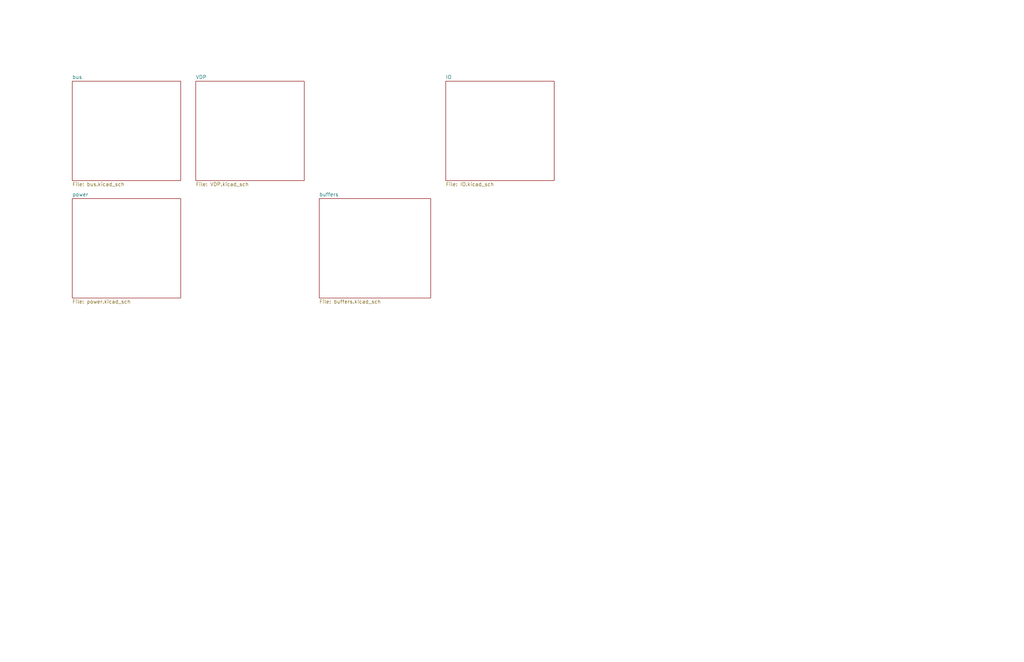
<source format=kicad_sch>
(kicad_sch (version 20230121) (generator eeschema)

  (uuid 479bf443-b2c2-4e75-a1b6-3b5fe737a9e1)

  (paper "B")

  (lib_symbols
  )


  (sheet (at 134.62 83.82) (size 46.99 41.91) (fields_autoplaced)
    (stroke (width 0) (type solid))
    (fill (color 0 0 0 0.0000))
    (uuid 00000000-0000-0000-0000-0000644d9fc6)
    (property "Sheetname" "buffers" (at 134.62 82.9814 0)
      (effects (font (size 1.524 1.524)) (justify left bottom))
    )
    (property "Sheetfile" "buffers.kicad_sch" (at 134.62 126.4162 0)
      (effects (font (size 1.524 1.524)) (justify left top))
    )
    (instances
      (project "input-output.MappedVideo"
        (path "/479bf443-b2c2-4e75-a1b6-3b5fe737a9e1" (page "7"))
      )
    )
  )

  (sheet (at 30.48 34.29) (size 45.72 41.91) (fields_autoplaced)
    (stroke (width 0) (type solid))
    (fill (color 0 0 0 0.0000))
    (uuid 00000000-0000-0000-0000-000065a52663)
    (property "Sheetname" "bus" (at 30.48 33.4514 0)
      (effects (font (size 1.524 1.524)) (justify left bottom))
    )
    (property "Sheetfile" "bus.kicad_sch" (at 30.48 76.8862 0)
      (effects (font (size 1.524 1.524)) (justify left top))
    )
    (instances
      (project "input-output.MappedVideo"
        (path "/479bf443-b2c2-4e75-a1b6-3b5fe737a9e1" (page "2"))
      )
    )
  )

  (sheet (at 30.48 83.82) (size 45.72 41.91) (fields_autoplaced)
    (stroke (width 0) (type solid))
    (fill (color 0 0 0 0.0000))
    (uuid 00000000-0000-0000-0000-00006685b201)
    (property "Sheetname" "power" (at 30.48 82.9814 0)
      (effects (font (size 1.524 1.524)) (justify left bottom))
    )
    (property "Sheetfile" "power.kicad_sch" (at 30.48 126.4162 0)
      (effects (font (size 1.524 1.524)) (justify left top))
    )
    (instances
      (project "input-output.MappedVideo"
        (path "/479bf443-b2c2-4e75-a1b6-3b5fe737a9e1" (page "3"))
      )
    )
  )

  (sheet (at 82.55 34.29) (size 45.72 41.91) (fields_autoplaced)
    (stroke (width 0) (type solid))
    (fill (color 0 0 0 0.0000))
    (uuid 00000000-0000-0000-0000-000066e53c87)
    (property "Sheetname" "VDP" (at 82.55 33.4514 0)
      (effects (font (size 1.524 1.524)) (justify left bottom))
    )
    (property "Sheetfile" "VDP.kicad_sch" (at 82.55 76.8862 0)
      (effects (font (size 1.524 1.524)) (justify left top))
    )
    (instances
      (project "input-output.MappedVideo"
        (path "/479bf443-b2c2-4e75-a1b6-3b5fe737a9e1" (page "4"))
      )
    )
  )

  (sheet (at 187.96 34.29) (size 45.72 41.91) (fields_autoplaced)
    (stroke (width 0) (type solid))
    (fill (color 0 0 0 0.0000))
    (uuid a2457913-e2aa-47d2-9047-e4d48e861ec7)
    (property "Sheetname" "IO" (at 187.96 33.4514 0)
      (effects (font (size 1.524 1.524)) (justify left bottom))
    )
    (property "Sheetfile" "IO.kicad_sch" (at 187.96 76.8862 0)
      (effects (font (size 1.524 1.524)) (justify left top))
    )
    (instances
      (project "input-output.MappedVideo"
        (path "/479bf443-b2c2-4e75-a1b6-3b5fe737a9e1" (page "9"))
      )
    )
  )

  (sheet_instances
    (path "/" (page "1"))
  )
)

</source>
